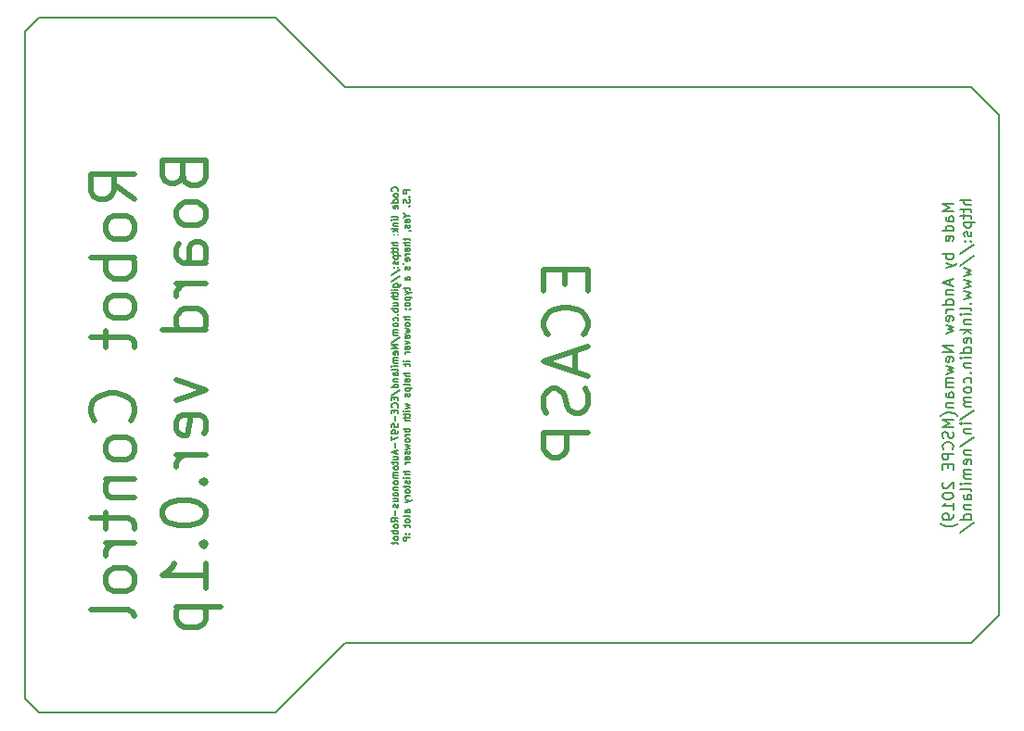
<source format=gbr>
G04 #@! TF.GenerationSoftware,KiCad,Pcbnew,(5.1.2)-2*
G04 #@! TF.CreationDate,2019-07-24T13:36:26-05:00*
G04 #@! TF.ProjectId,ECE 597 PCB,45434520-3539-4372-9050-43422e6b6963,rev?*
G04 #@! TF.SameCoordinates,Original*
G04 #@! TF.FileFunction,Legend,Bot*
G04 #@! TF.FilePolarity,Positive*
%FSLAX46Y46*%
G04 Gerber Fmt 4.6, Leading zero omitted, Abs format (unit mm)*
G04 Created by KiCad (PCBNEW (5.1.2)-2) date 2019-07-24 13:36:26*
%MOMM*%
%LPD*%
G04 APERTURE LIST*
%ADD10C,0.150000*%
%ADD11C,0.500000*%
G04 APERTURE END LIST*
D10*
X161760000Y-75080000D02*
X161760000Y-85240000D01*
X159220000Y-72540000D02*
X161760000Y-75080000D01*
X146520000Y-72540000D02*
X159220000Y-72540000D01*
X161760000Y-120800000D02*
X161760000Y-110640000D01*
X159220000Y-123340000D02*
X161760000Y-120800000D01*
X141440000Y-123340000D02*
X159220000Y-123340000D01*
X161760000Y-85240000D02*
X161760000Y-110640000D01*
X146520000Y-72540000D02*
X141440000Y-72540000D01*
X106839285Y-82025714D02*
X106867857Y-81997142D01*
X106896428Y-81911428D01*
X106896428Y-81854285D01*
X106867857Y-81768571D01*
X106810714Y-81711428D01*
X106753571Y-81682857D01*
X106639285Y-81654285D01*
X106553571Y-81654285D01*
X106439285Y-81682857D01*
X106382142Y-81711428D01*
X106325000Y-81768571D01*
X106296428Y-81854285D01*
X106296428Y-81911428D01*
X106325000Y-81997142D01*
X106353571Y-82025714D01*
X106896428Y-82368571D02*
X106867857Y-82311428D01*
X106839285Y-82282857D01*
X106782142Y-82254285D01*
X106610714Y-82254285D01*
X106553571Y-82282857D01*
X106525000Y-82311428D01*
X106496428Y-82368571D01*
X106496428Y-82454285D01*
X106525000Y-82511428D01*
X106553571Y-82540000D01*
X106610714Y-82568571D01*
X106782142Y-82568571D01*
X106839285Y-82540000D01*
X106867857Y-82511428D01*
X106896428Y-82454285D01*
X106896428Y-82368571D01*
X106896428Y-83082857D02*
X106296428Y-83082857D01*
X106867857Y-83082857D02*
X106896428Y-83025714D01*
X106896428Y-82911428D01*
X106867857Y-82854285D01*
X106839285Y-82825714D01*
X106782142Y-82797142D01*
X106610714Y-82797142D01*
X106553571Y-82825714D01*
X106525000Y-82854285D01*
X106496428Y-82911428D01*
X106496428Y-83025714D01*
X106525000Y-83082857D01*
X106867857Y-83597142D02*
X106896428Y-83540000D01*
X106896428Y-83425714D01*
X106867857Y-83368571D01*
X106810714Y-83340000D01*
X106582142Y-83340000D01*
X106525000Y-83368571D01*
X106496428Y-83425714D01*
X106496428Y-83540000D01*
X106525000Y-83597142D01*
X106582142Y-83625714D01*
X106639285Y-83625714D01*
X106696428Y-83340000D01*
X106896428Y-84425714D02*
X106867857Y-84368571D01*
X106810714Y-84340000D01*
X106296428Y-84340000D01*
X106896428Y-84654285D02*
X106496428Y-84654285D01*
X106296428Y-84654285D02*
X106325000Y-84625714D01*
X106353571Y-84654285D01*
X106325000Y-84682857D01*
X106296428Y-84654285D01*
X106353571Y-84654285D01*
X106496428Y-84940000D02*
X106896428Y-84940000D01*
X106553571Y-84940000D02*
X106525000Y-84968571D01*
X106496428Y-85025714D01*
X106496428Y-85111428D01*
X106525000Y-85168571D01*
X106582142Y-85197142D01*
X106896428Y-85197142D01*
X106896428Y-85482857D02*
X106296428Y-85482857D01*
X106667857Y-85540000D02*
X106896428Y-85711428D01*
X106496428Y-85711428D02*
X106725000Y-85482857D01*
X106839285Y-85968571D02*
X106867857Y-85997142D01*
X106896428Y-85968571D01*
X106867857Y-85940000D01*
X106839285Y-85968571D01*
X106896428Y-85968571D01*
X106525000Y-85968571D02*
X106553571Y-85997142D01*
X106582142Y-85968571D01*
X106553571Y-85940000D01*
X106525000Y-85968571D01*
X106582142Y-85968571D01*
X106896428Y-86711428D02*
X106296428Y-86711428D01*
X106896428Y-86968571D02*
X106582142Y-86968571D01*
X106525000Y-86940000D01*
X106496428Y-86882857D01*
X106496428Y-86797142D01*
X106525000Y-86740000D01*
X106553571Y-86711428D01*
X106496428Y-87168571D02*
X106496428Y-87397142D01*
X106296428Y-87254285D02*
X106810714Y-87254285D01*
X106867857Y-87282857D01*
X106896428Y-87340000D01*
X106896428Y-87397142D01*
X106496428Y-87511428D02*
X106496428Y-87740000D01*
X106296428Y-87597142D02*
X106810714Y-87597142D01*
X106867857Y-87625714D01*
X106896428Y-87682857D01*
X106896428Y-87740000D01*
X106496428Y-87940000D02*
X107096428Y-87940000D01*
X106525000Y-87940000D02*
X106496428Y-87997142D01*
X106496428Y-88111428D01*
X106525000Y-88168571D01*
X106553571Y-88197142D01*
X106610714Y-88225714D01*
X106782142Y-88225714D01*
X106839285Y-88197142D01*
X106867857Y-88168571D01*
X106896428Y-88111428D01*
X106896428Y-87997142D01*
X106867857Y-87940000D01*
X106867857Y-88454285D02*
X106896428Y-88511428D01*
X106896428Y-88625714D01*
X106867857Y-88682857D01*
X106810714Y-88711428D01*
X106782142Y-88711428D01*
X106725000Y-88682857D01*
X106696428Y-88625714D01*
X106696428Y-88540000D01*
X106667857Y-88482857D01*
X106610714Y-88454285D01*
X106582142Y-88454285D01*
X106525000Y-88482857D01*
X106496428Y-88540000D01*
X106496428Y-88625714D01*
X106525000Y-88682857D01*
X106839285Y-88968571D02*
X106867857Y-88997142D01*
X106896428Y-88968571D01*
X106867857Y-88940000D01*
X106839285Y-88968571D01*
X106896428Y-88968571D01*
X106525000Y-88968571D02*
X106553571Y-88997142D01*
X106582142Y-88968571D01*
X106553571Y-88940000D01*
X106525000Y-88968571D01*
X106582142Y-88968571D01*
X106267857Y-89682857D02*
X107039285Y-89168571D01*
X106267857Y-90311428D02*
X107039285Y-89797142D01*
X106496428Y-90768571D02*
X106982142Y-90768571D01*
X107039285Y-90740000D01*
X107067857Y-90711428D01*
X107096428Y-90654285D01*
X107096428Y-90568571D01*
X107067857Y-90511428D01*
X106867857Y-90768571D02*
X106896428Y-90711428D01*
X106896428Y-90597142D01*
X106867857Y-90540000D01*
X106839285Y-90511428D01*
X106782142Y-90482857D01*
X106610714Y-90482857D01*
X106553571Y-90511428D01*
X106525000Y-90540000D01*
X106496428Y-90597142D01*
X106496428Y-90711428D01*
X106525000Y-90768571D01*
X106896428Y-91054285D02*
X106496428Y-91054285D01*
X106296428Y-91054285D02*
X106325000Y-91025714D01*
X106353571Y-91054285D01*
X106325000Y-91082857D01*
X106296428Y-91054285D01*
X106353571Y-91054285D01*
X106496428Y-91254285D02*
X106496428Y-91482857D01*
X106296428Y-91340000D02*
X106810714Y-91340000D01*
X106867857Y-91368571D01*
X106896428Y-91425714D01*
X106896428Y-91482857D01*
X106896428Y-91682857D02*
X106296428Y-91682857D01*
X106896428Y-91940000D02*
X106582142Y-91940000D01*
X106525000Y-91911428D01*
X106496428Y-91854285D01*
X106496428Y-91768571D01*
X106525000Y-91711428D01*
X106553571Y-91682857D01*
X106496428Y-92482857D02*
X106896428Y-92482857D01*
X106496428Y-92225714D02*
X106810714Y-92225714D01*
X106867857Y-92254285D01*
X106896428Y-92311428D01*
X106896428Y-92397142D01*
X106867857Y-92454285D01*
X106839285Y-92482857D01*
X106896428Y-92768571D02*
X106296428Y-92768571D01*
X106525000Y-92768571D02*
X106496428Y-92825714D01*
X106496428Y-92940000D01*
X106525000Y-92997142D01*
X106553571Y-93025714D01*
X106610714Y-93054285D01*
X106782142Y-93054285D01*
X106839285Y-93025714D01*
X106867857Y-92997142D01*
X106896428Y-92940000D01*
X106896428Y-92825714D01*
X106867857Y-92768571D01*
X106839285Y-93311428D02*
X106867857Y-93340000D01*
X106896428Y-93311428D01*
X106867857Y-93282857D01*
X106839285Y-93311428D01*
X106896428Y-93311428D01*
X106867857Y-93854285D02*
X106896428Y-93797142D01*
X106896428Y-93682857D01*
X106867857Y-93625714D01*
X106839285Y-93597142D01*
X106782142Y-93568571D01*
X106610714Y-93568571D01*
X106553571Y-93597142D01*
X106525000Y-93625714D01*
X106496428Y-93682857D01*
X106496428Y-93797142D01*
X106525000Y-93854285D01*
X106896428Y-94197142D02*
X106867857Y-94140000D01*
X106839285Y-94111428D01*
X106782142Y-94082857D01*
X106610714Y-94082857D01*
X106553571Y-94111428D01*
X106525000Y-94140000D01*
X106496428Y-94197142D01*
X106496428Y-94282857D01*
X106525000Y-94340000D01*
X106553571Y-94368571D01*
X106610714Y-94397142D01*
X106782142Y-94397142D01*
X106839285Y-94368571D01*
X106867857Y-94340000D01*
X106896428Y-94282857D01*
X106896428Y-94197142D01*
X106896428Y-94654285D02*
X106496428Y-94654285D01*
X106553571Y-94654285D02*
X106525000Y-94682857D01*
X106496428Y-94740000D01*
X106496428Y-94825714D01*
X106525000Y-94882857D01*
X106582142Y-94911428D01*
X106896428Y-94911428D01*
X106582142Y-94911428D02*
X106525000Y-94940000D01*
X106496428Y-94997142D01*
X106496428Y-95082857D01*
X106525000Y-95140000D01*
X106582142Y-95168571D01*
X106896428Y-95168571D01*
X106267857Y-95882857D02*
X107039285Y-95368571D01*
X106896428Y-96082857D02*
X106296428Y-96082857D01*
X106896428Y-96425714D01*
X106296428Y-96425714D01*
X106867857Y-96940000D02*
X106896428Y-96882857D01*
X106896428Y-96768571D01*
X106867857Y-96711428D01*
X106810714Y-96682857D01*
X106582142Y-96682857D01*
X106525000Y-96711428D01*
X106496428Y-96768571D01*
X106496428Y-96882857D01*
X106525000Y-96940000D01*
X106582142Y-96968571D01*
X106639285Y-96968571D01*
X106696428Y-96682857D01*
X106896428Y-97225714D02*
X106496428Y-97225714D01*
X106553571Y-97225714D02*
X106525000Y-97254285D01*
X106496428Y-97311428D01*
X106496428Y-97397142D01*
X106525000Y-97454285D01*
X106582142Y-97482857D01*
X106896428Y-97482857D01*
X106582142Y-97482857D02*
X106525000Y-97511428D01*
X106496428Y-97568571D01*
X106496428Y-97654285D01*
X106525000Y-97711428D01*
X106582142Y-97740000D01*
X106896428Y-97740000D01*
X106896428Y-98025714D02*
X106496428Y-98025714D01*
X106296428Y-98025714D02*
X106325000Y-97997142D01*
X106353571Y-98025714D01*
X106325000Y-98054285D01*
X106296428Y-98025714D01*
X106353571Y-98025714D01*
X106896428Y-98397142D02*
X106867857Y-98340000D01*
X106810714Y-98311428D01*
X106296428Y-98311428D01*
X106896428Y-98882857D02*
X106582142Y-98882857D01*
X106525000Y-98854285D01*
X106496428Y-98797142D01*
X106496428Y-98682857D01*
X106525000Y-98625714D01*
X106867857Y-98882857D02*
X106896428Y-98825714D01*
X106896428Y-98682857D01*
X106867857Y-98625714D01*
X106810714Y-98597142D01*
X106753571Y-98597142D01*
X106696428Y-98625714D01*
X106667857Y-98682857D01*
X106667857Y-98825714D01*
X106639285Y-98882857D01*
X106496428Y-99168571D02*
X106896428Y-99168571D01*
X106553571Y-99168571D02*
X106525000Y-99197142D01*
X106496428Y-99254285D01*
X106496428Y-99340000D01*
X106525000Y-99397142D01*
X106582142Y-99425714D01*
X106896428Y-99425714D01*
X106896428Y-99968571D02*
X106296428Y-99968571D01*
X106867857Y-99968571D02*
X106896428Y-99911428D01*
X106896428Y-99797142D01*
X106867857Y-99740000D01*
X106839285Y-99711428D01*
X106782142Y-99682857D01*
X106610714Y-99682857D01*
X106553571Y-99711428D01*
X106525000Y-99740000D01*
X106496428Y-99797142D01*
X106496428Y-99911428D01*
X106525000Y-99968571D01*
X106267857Y-100682857D02*
X107039285Y-100168571D01*
X106582142Y-100882857D02*
X106582142Y-101082857D01*
X106896428Y-101168571D02*
X106896428Y-100882857D01*
X106296428Y-100882857D01*
X106296428Y-101168571D01*
X106839285Y-101768571D02*
X106867857Y-101740000D01*
X106896428Y-101654285D01*
X106896428Y-101597142D01*
X106867857Y-101511428D01*
X106810714Y-101454285D01*
X106753571Y-101425714D01*
X106639285Y-101397142D01*
X106553571Y-101397142D01*
X106439285Y-101425714D01*
X106382142Y-101454285D01*
X106325000Y-101511428D01*
X106296428Y-101597142D01*
X106296428Y-101654285D01*
X106325000Y-101740000D01*
X106353571Y-101768571D01*
X106582142Y-102025714D02*
X106582142Y-102225714D01*
X106896428Y-102311428D02*
X106896428Y-102025714D01*
X106296428Y-102025714D01*
X106296428Y-102311428D01*
X106667857Y-102568571D02*
X106667857Y-103025714D01*
X106296428Y-103597142D02*
X106296428Y-103311428D01*
X106582142Y-103282857D01*
X106553571Y-103311428D01*
X106525000Y-103368571D01*
X106525000Y-103511428D01*
X106553571Y-103568571D01*
X106582142Y-103597142D01*
X106639285Y-103625714D01*
X106782142Y-103625714D01*
X106839285Y-103597142D01*
X106867857Y-103568571D01*
X106896428Y-103511428D01*
X106896428Y-103368571D01*
X106867857Y-103311428D01*
X106839285Y-103282857D01*
X106896428Y-103911428D02*
X106896428Y-104025714D01*
X106867857Y-104082857D01*
X106839285Y-104111428D01*
X106753571Y-104168571D01*
X106639285Y-104197142D01*
X106410714Y-104197142D01*
X106353571Y-104168571D01*
X106325000Y-104140000D01*
X106296428Y-104082857D01*
X106296428Y-103968571D01*
X106325000Y-103911428D01*
X106353571Y-103882857D01*
X106410714Y-103854285D01*
X106553571Y-103854285D01*
X106610714Y-103882857D01*
X106639285Y-103911428D01*
X106667857Y-103968571D01*
X106667857Y-104082857D01*
X106639285Y-104140000D01*
X106610714Y-104168571D01*
X106553571Y-104197142D01*
X106296428Y-104397142D02*
X106296428Y-104797142D01*
X106896428Y-104540000D01*
X106667857Y-105025714D02*
X106667857Y-105482857D01*
X106725000Y-105740000D02*
X106725000Y-106025714D01*
X106896428Y-105682857D02*
X106296428Y-105882857D01*
X106896428Y-106082857D01*
X106496428Y-106540000D02*
X106896428Y-106540000D01*
X106496428Y-106282857D02*
X106810714Y-106282857D01*
X106867857Y-106311428D01*
X106896428Y-106368571D01*
X106896428Y-106454285D01*
X106867857Y-106511428D01*
X106839285Y-106540000D01*
X106496428Y-106740000D02*
X106496428Y-106968571D01*
X106296428Y-106825714D02*
X106810714Y-106825714D01*
X106867857Y-106854285D01*
X106896428Y-106911428D01*
X106896428Y-106968571D01*
X106896428Y-107254285D02*
X106867857Y-107197142D01*
X106839285Y-107168571D01*
X106782142Y-107140000D01*
X106610714Y-107140000D01*
X106553571Y-107168571D01*
X106525000Y-107197142D01*
X106496428Y-107254285D01*
X106496428Y-107340000D01*
X106525000Y-107397142D01*
X106553571Y-107425714D01*
X106610714Y-107454285D01*
X106782142Y-107454285D01*
X106839285Y-107425714D01*
X106867857Y-107397142D01*
X106896428Y-107340000D01*
X106896428Y-107254285D01*
X106896428Y-107711428D02*
X106496428Y-107711428D01*
X106553571Y-107711428D02*
X106525000Y-107740000D01*
X106496428Y-107797142D01*
X106496428Y-107882857D01*
X106525000Y-107940000D01*
X106582142Y-107968571D01*
X106896428Y-107968571D01*
X106582142Y-107968571D02*
X106525000Y-107997142D01*
X106496428Y-108054285D01*
X106496428Y-108140000D01*
X106525000Y-108197142D01*
X106582142Y-108225714D01*
X106896428Y-108225714D01*
X106896428Y-108597142D02*
X106867857Y-108540000D01*
X106839285Y-108511428D01*
X106782142Y-108482857D01*
X106610714Y-108482857D01*
X106553571Y-108511428D01*
X106525000Y-108540000D01*
X106496428Y-108597142D01*
X106496428Y-108682857D01*
X106525000Y-108740000D01*
X106553571Y-108768571D01*
X106610714Y-108797142D01*
X106782142Y-108797142D01*
X106839285Y-108768571D01*
X106867857Y-108740000D01*
X106896428Y-108682857D01*
X106896428Y-108597142D01*
X106496428Y-109054285D02*
X106896428Y-109054285D01*
X106553571Y-109054285D02*
X106525000Y-109082857D01*
X106496428Y-109140000D01*
X106496428Y-109225714D01*
X106525000Y-109282857D01*
X106582142Y-109311428D01*
X106896428Y-109311428D01*
X106896428Y-109682857D02*
X106867857Y-109625714D01*
X106839285Y-109597142D01*
X106782142Y-109568571D01*
X106610714Y-109568571D01*
X106553571Y-109597142D01*
X106525000Y-109625714D01*
X106496428Y-109682857D01*
X106496428Y-109768571D01*
X106525000Y-109825714D01*
X106553571Y-109854285D01*
X106610714Y-109882857D01*
X106782142Y-109882857D01*
X106839285Y-109854285D01*
X106867857Y-109825714D01*
X106896428Y-109768571D01*
X106896428Y-109682857D01*
X106496428Y-110397142D02*
X106896428Y-110397142D01*
X106496428Y-110140000D02*
X106810714Y-110140000D01*
X106867857Y-110168571D01*
X106896428Y-110225714D01*
X106896428Y-110311428D01*
X106867857Y-110368571D01*
X106839285Y-110397142D01*
X106867857Y-110654285D02*
X106896428Y-110711428D01*
X106896428Y-110825714D01*
X106867857Y-110882857D01*
X106810714Y-110911428D01*
X106782142Y-110911428D01*
X106725000Y-110882857D01*
X106696428Y-110825714D01*
X106696428Y-110740000D01*
X106667857Y-110682857D01*
X106610714Y-110654285D01*
X106582142Y-110654285D01*
X106525000Y-110682857D01*
X106496428Y-110740000D01*
X106496428Y-110825714D01*
X106525000Y-110882857D01*
X106667857Y-111168571D02*
X106667857Y-111625714D01*
X106896428Y-112254285D02*
X106610714Y-112054285D01*
X106896428Y-111911428D02*
X106296428Y-111911428D01*
X106296428Y-112140000D01*
X106325000Y-112197142D01*
X106353571Y-112225714D01*
X106410714Y-112254285D01*
X106496428Y-112254285D01*
X106553571Y-112225714D01*
X106582142Y-112197142D01*
X106610714Y-112140000D01*
X106610714Y-111911428D01*
X106896428Y-112597142D02*
X106867857Y-112540000D01*
X106839285Y-112511428D01*
X106782142Y-112482857D01*
X106610714Y-112482857D01*
X106553571Y-112511428D01*
X106525000Y-112540000D01*
X106496428Y-112597142D01*
X106496428Y-112682857D01*
X106525000Y-112740000D01*
X106553571Y-112768571D01*
X106610714Y-112797142D01*
X106782142Y-112797142D01*
X106839285Y-112768571D01*
X106867857Y-112740000D01*
X106896428Y-112682857D01*
X106896428Y-112597142D01*
X106896428Y-113054285D02*
X106296428Y-113054285D01*
X106525000Y-113054285D02*
X106496428Y-113111428D01*
X106496428Y-113225714D01*
X106525000Y-113282857D01*
X106553571Y-113311428D01*
X106610714Y-113340000D01*
X106782142Y-113340000D01*
X106839285Y-113311428D01*
X106867857Y-113282857D01*
X106896428Y-113225714D01*
X106896428Y-113111428D01*
X106867857Y-113054285D01*
X106896428Y-113682857D02*
X106867857Y-113625714D01*
X106839285Y-113597142D01*
X106782142Y-113568571D01*
X106610714Y-113568571D01*
X106553571Y-113597142D01*
X106525000Y-113625714D01*
X106496428Y-113682857D01*
X106496428Y-113768571D01*
X106525000Y-113825714D01*
X106553571Y-113854285D01*
X106610714Y-113882857D01*
X106782142Y-113882857D01*
X106839285Y-113854285D01*
X106867857Y-113825714D01*
X106896428Y-113768571D01*
X106896428Y-113682857D01*
X106496428Y-114054285D02*
X106496428Y-114282857D01*
X106296428Y-114140000D02*
X106810714Y-114140000D01*
X106867857Y-114168571D01*
X106896428Y-114225714D01*
X106896428Y-114282857D01*
X107946428Y-81925714D02*
X107346428Y-81925714D01*
X107346428Y-82154285D01*
X107375000Y-82211428D01*
X107403571Y-82240000D01*
X107460714Y-82268571D01*
X107546428Y-82268571D01*
X107603571Y-82240000D01*
X107632142Y-82211428D01*
X107660714Y-82154285D01*
X107660714Y-81925714D01*
X107889285Y-82525714D02*
X107917857Y-82554285D01*
X107946428Y-82525714D01*
X107917857Y-82497142D01*
X107889285Y-82525714D01*
X107946428Y-82525714D01*
X107917857Y-82782857D02*
X107946428Y-82868571D01*
X107946428Y-83011428D01*
X107917857Y-83068571D01*
X107889285Y-83097142D01*
X107832142Y-83125714D01*
X107775000Y-83125714D01*
X107717857Y-83097142D01*
X107689285Y-83068571D01*
X107660714Y-83011428D01*
X107632142Y-82897142D01*
X107603571Y-82840000D01*
X107575000Y-82811428D01*
X107517857Y-82782857D01*
X107460714Y-82782857D01*
X107403571Y-82811428D01*
X107375000Y-82840000D01*
X107346428Y-82897142D01*
X107346428Y-83040000D01*
X107375000Y-83125714D01*
X107889285Y-83382857D02*
X107917857Y-83411428D01*
X107946428Y-83382857D01*
X107917857Y-83354285D01*
X107889285Y-83382857D01*
X107946428Y-83382857D01*
X107660714Y-84240000D02*
X107946428Y-84240000D01*
X107346428Y-84040000D02*
X107660714Y-84240000D01*
X107346428Y-84440000D01*
X107917857Y-84868571D02*
X107946428Y-84811428D01*
X107946428Y-84697142D01*
X107917857Y-84640000D01*
X107860714Y-84611428D01*
X107632142Y-84611428D01*
X107575000Y-84640000D01*
X107546428Y-84697142D01*
X107546428Y-84811428D01*
X107575000Y-84868571D01*
X107632142Y-84897142D01*
X107689285Y-84897142D01*
X107746428Y-84611428D01*
X107917857Y-85125714D02*
X107946428Y-85182857D01*
X107946428Y-85297142D01*
X107917857Y-85354285D01*
X107860714Y-85382857D01*
X107832142Y-85382857D01*
X107775000Y-85354285D01*
X107746428Y-85297142D01*
X107746428Y-85211428D01*
X107717857Y-85154285D01*
X107660714Y-85125714D01*
X107632142Y-85125714D01*
X107575000Y-85154285D01*
X107546428Y-85211428D01*
X107546428Y-85297142D01*
X107575000Y-85354285D01*
X107917857Y-85668571D02*
X107946428Y-85668571D01*
X108003571Y-85640000D01*
X108032142Y-85611428D01*
X107546428Y-86297142D02*
X107546428Y-86525714D01*
X107346428Y-86382857D02*
X107860714Y-86382857D01*
X107917857Y-86411428D01*
X107946428Y-86468571D01*
X107946428Y-86525714D01*
X107946428Y-86725714D02*
X107346428Y-86725714D01*
X107946428Y-86982857D02*
X107632142Y-86982857D01*
X107575000Y-86954285D01*
X107546428Y-86897142D01*
X107546428Y-86811428D01*
X107575000Y-86754285D01*
X107603571Y-86725714D01*
X107917857Y-87497142D02*
X107946428Y-87440000D01*
X107946428Y-87325714D01*
X107917857Y-87268571D01*
X107860714Y-87240000D01*
X107632142Y-87240000D01*
X107575000Y-87268571D01*
X107546428Y-87325714D01*
X107546428Y-87440000D01*
X107575000Y-87497142D01*
X107632142Y-87525714D01*
X107689285Y-87525714D01*
X107746428Y-87240000D01*
X107946428Y-87782857D02*
X107546428Y-87782857D01*
X107660714Y-87782857D02*
X107603571Y-87811428D01*
X107575000Y-87840000D01*
X107546428Y-87897142D01*
X107546428Y-87954285D01*
X107917857Y-88382857D02*
X107946428Y-88325714D01*
X107946428Y-88211428D01*
X107917857Y-88154285D01*
X107860714Y-88125714D01*
X107632142Y-88125714D01*
X107575000Y-88154285D01*
X107546428Y-88211428D01*
X107546428Y-88325714D01*
X107575000Y-88382857D01*
X107632142Y-88411428D01*
X107689285Y-88411428D01*
X107746428Y-88125714D01*
X107346428Y-88697142D02*
X107460714Y-88640000D01*
X107917857Y-88925714D02*
X107946428Y-88982857D01*
X107946428Y-89097142D01*
X107917857Y-89154285D01*
X107860714Y-89182857D01*
X107832142Y-89182857D01*
X107775000Y-89154285D01*
X107746428Y-89097142D01*
X107746428Y-89011428D01*
X107717857Y-88954285D01*
X107660714Y-88925714D01*
X107632142Y-88925714D01*
X107575000Y-88954285D01*
X107546428Y-89011428D01*
X107546428Y-89097142D01*
X107575000Y-89154285D01*
X107946428Y-90154285D02*
X107632142Y-90154285D01*
X107575000Y-90125714D01*
X107546428Y-90068571D01*
X107546428Y-89954285D01*
X107575000Y-89897142D01*
X107917857Y-90154285D02*
X107946428Y-90097142D01*
X107946428Y-89954285D01*
X107917857Y-89897142D01*
X107860714Y-89868571D01*
X107803571Y-89868571D01*
X107746428Y-89897142D01*
X107717857Y-89954285D01*
X107717857Y-90097142D01*
X107689285Y-90154285D01*
X107546428Y-90811428D02*
X107546428Y-91040000D01*
X107346428Y-90897142D02*
X107860714Y-90897142D01*
X107917857Y-90925714D01*
X107946428Y-90982857D01*
X107946428Y-91040000D01*
X107546428Y-91182857D02*
X107946428Y-91325714D01*
X107546428Y-91468571D02*
X107946428Y-91325714D01*
X108089285Y-91268571D01*
X108117857Y-91240000D01*
X108146428Y-91182857D01*
X107546428Y-91697142D02*
X108146428Y-91697142D01*
X107575000Y-91697142D02*
X107546428Y-91754285D01*
X107546428Y-91868571D01*
X107575000Y-91925714D01*
X107603571Y-91954285D01*
X107660714Y-91982857D01*
X107832142Y-91982857D01*
X107889285Y-91954285D01*
X107917857Y-91925714D01*
X107946428Y-91868571D01*
X107946428Y-91754285D01*
X107917857Y-91697142D01*
X107946428Y-92325714D02*
X107917857Y-92268571D01*
X107889285Y-92240000D01*
X107832142Y-92211428D01*
X107660714Y-92211428D01*
X107603571Y-92240000D01*
X107575000Y-92268571D01*
X107546428Y-92325714D01*
X107546428Y-92411428D01*
X107575000Y-92468571D01*
X107603571Y-92497142D01*
X107660714Y-92525714D01*
X107832142Y-92525714D01*
X107889285Y-92497142D01*
X107917857Y-92468571D01*
X107946428Y-92411428D01*
X107946428Y-92325714D01*
X107917857Y-92811428D02*
X107946428Y-92811428D01*
X108003571Y-92782857D01*
X108032142Y-92754285D01*
X107575000Y-92782857D02*
X107603571Y-92811428D01*
X107632142Y-92782857D01*
X107603571Y-92754285D01*
X107575000Y-92782857D01*
X107632142Y-92782857D01*
X107946428Y-93525714D02*
X107346428Y-93525714D01*
X107946428Y-93782857D02*
X107632142Y-93782857D01*
X107575000Y-93754285D01*
X107546428Y-93697142D01*
X107546428Y-93611428D01*
X107575000Y-93554285D01*
X107603571Y-93525714D01*
X107946428Y-94154285D02*
X107917857Y-94097142D01*
X107889285Y-94068571D01*
X107832142Y-94040000D01*
X107660714Y-94040000D01*
X107603571Y-94068571D01*
X107575000Y-94097142D01*
X107546428Y-94154285D01*
X107546428Y-94240000D01*
X107575000Y-94297142D01*
X107603571Y-94325714D01*
X107660714Y-94354285D01*
X107832142Y-94354285D01*
X107889285Y-94325714D01*
X107917857Y-94297142D01*
X107946428Y-94240000D01*
X107946428Y-94154285D01*
X107546428Y-94554285D02*
X107946428Y-94668571D01*
X107660714Y-94782857D01*
X107946428Y-94897142D01*
X107546428Y-95011428D01*
X107917857Y-95468571D02*
X107946428Y-95411428D01*
X107946428Y-95297142D01*
X107917857Y-95240000D01*
X107860714Y-95211428D01*
X107632142Y-95211428D01*
X107575000Y-95240000D01*
X107546428Y-95297142D01*
X107546428Y-95411428D01*
X107575000Y-95468571D01*
X107632142Y-95497142D01*
X107689285Y-95497142D01*
X107746428Y-95211428D01*
X107546428Y-95697142D02*
X107946428Y-95840000D01*
X107546428Y-95982857D01*
X107917857Y-96440000D02*
X107946428Y-96382857D01*
X107946428Y-96268571D01*
X107917857Y-96211428D01*
X107860714Y-96182857D01*
X107632142Y-96182857D01*
X107575000Y-96211428D01*
X107546428Y-96268571D01*
X107546428Y-96382857D01*
X107575000Y-96440000D01*
X107632142Y-96468571D01*
X107689285Y-96468571D01*
X107746428Y-96182857D01*
X107946428Y-96725714D02*
X107546428Y-96725714D01*
X107660714Y-96725714D02*
X107603571Y-96754285D01*
X107575000Y-96782857D01*
X107546428Y-96840000D01*
X107546428Y-96897142D01*
X107946428Y-97554285D02*
X107546428Y-97554285D01*
X107346428Y-97554285D02*
X107375000Y-97525714D01*
X107403571Y-97554285D01*
X107375000Y-97582857D01*
X107346428Y-97554285D01*
X107403571Y-97554285D01*
X107546428Y-97754285D02*
X107546428Y-97982857D01*
X107346428Y-97840000D02*
X107860714Y-97840000D01*
X107917857Y-97868571D01*
X107946428Y-97925714D01*
X107946428Y-97982857D01*
X107946428Y-98640000D02*
X107346428Y-98640000D01*
X107946428Y-98897142D02*
X107632142Y-98897142D01*
X107575000Y-98868571D01*
X107546428Y-98811428D01*
X107546428Y-98725714D01*
X107575000Y-98668571D01*
X107603571Y-98640000D01*
X107917857Y-99411428D02*
X107946428Y-99354285D01*
X107946428Y-99240000D01*
X107917857Y-99182857D01*
X107860714Y-99154285D01*
X107632142Y-99154285D01*
X107575000Y-99182857D01*
X107546428Y-99240000D01*
X107546428Y-99354285D01*
X107575000Y-99411428D01*
X107632142Y-99440000D01*
X107689285Y-99440000D01*
X107746428Y-99154285D01*
X107946428Y-99782857D02*
X107917857Y-99725714D01*
X107860714Y-99697142D01*
X107346428Y-99697142D01*
X107546428Y-100011428D02*
X108146428Y-100011428D01*
X107575000Y-100011428D02*
X107546428Y-100068571D01*
X107546428Y-100182857D01*
X107575000Y-100240000D01*
X107603571Y-100268571D01*
X107660714Y-100297142D01*
X107832142Y-100297142D01*
X107889285Y-100268571D01*
X107917857Y-100240000D01*
X107946428Y-100182857D01*
X107946428Y-100068571D01*
X107917857Y-100011428D01*
X107917857Y-100525714D02*
X107946428Y-100582857D01*
X107946428Y-100697142D01*
X107917857Y-100754285D01*
X107860714Y-100782857D01*
X107832142Y-100782857D01*
X107775000Y-100754285D01*
X107746428Y-100697142D01*
X107746428Y-100611428D01*
X107717857Y-100554285D01*
X107660714Y-100525714D01*
X107632142Y-100525714D01*
X107575000Y-100554285D01*
X107546428Y-100611428D01*
X107546428Y-100697142D01*
X107575000Y-100754285D01*
X107546428Y-101440000D02*
X107946428Y-101554285D01*
X107660714Y-101668571D01*
X107946428Y-101782857D01*
X107546428Y-101897142D01*
X107946428Y-102125714D02*
X107546428Y-102125714D01*
X107346428Y-102125714D02*
X107375000Y-102097142D01*
X107403571Y-102125714D01*
X107375000Y-102154285D01*
X107346428Y-102125714D01*
X107403571Y-102125714D01*
X107546428Y-102325714D02*
X107546428Y-102554285D01*
X107346428Y-102411428D02*
X107860714Y-102411428D01*
X107917857Y-102440000D01*
X107946428Y-102497142D01*
X107946428Y-102554285D01*
X107946428Y-102754285D02*
X107346428Y-102754285D01*
X107946428Y-103011428D02*
X107632142Y-103011428D01*
X107575000Y-102982857D01*
X107546428Y-102925714D01*
X107546428Y-102840000D01*
X107575000Y-102782857D01*
X107603571Y-102754285D01*
X107946428Y-103754285D02*
X107346428Y-103754285D01*
X107575000Y-103754285D02*
X107546428Y-103811428D01*
X107546428Y-103925714D01*
X107575000Y-103982857D01*
X107603571Y-104011428D01*
X107660714Y-104040000D01*
X107832142Y-104040000D01*
X107889285Y-104011428D01*
X107917857Y-103982857D01*
X107946428Y-103925714D01*
X107946428Y-103811428D01*
X107917857Y-103754285D01*
X107946428Y-104297142D02*
X107546428Y-104297142D01*
X107660714Y-104297142D02*
X107603571Y-104325714D01*
X107575000Y-104354285D01*
X107546428Y-104411428D01*
X107546428Y-104468571D01*
X107946428Y-104754285D02*
X107917857Y-104697142D01*
X107889285Y-104668571D01*
X107832142Y-104640000D01*
X107660714Y-104640000D01*
X107603571Y-104668571D01*
X107575000Y-104697142D01*
X107546428Y-104754285D01*
X107546428Y-104840000D01*
X107575000Y-104897142D01*
X107603571Y-104925714D01*
X107660714Y-104954285D01*
X107832142Y-104954285D01*
X107889285Y-104925714D01*
X107917857Y-104897142D01*
X107946428Y-104840000D01*
X107946428Y-104754285D01*
X107546428Y-105154285D02*
X107946428Y-105268571D01*
X107660714Y-105382857D01*
X107946428Y-105497142D01*
X107546428Y-105611428D01*
X107917857Y-105811428D02*
X107946428Y-105868571D01*
X107946428Y-105982857D01*
X107917857Y-106040000D01*
X107860714Y-106068571D01*
X107832142Y-106068571D01*
X107775000Y-106040000D01*
X107746428Y-105982857D01*
X107746428Y-105897142D01*
X107717857Y-105840000D01*
X107660714Y-105811428D01*
X107632142Y-105811428D01*
X107575000Y-105840000D01*
X107546428Y-105897142D01*
X107546428Y-105982857D01*
X107575000Y-106040000D01*
X107917857Y-106554285D02*
X107946428Y-106497142D01*
X107946428Y-106382857D01*
X107917857Y-106325714D01*
X107860714Y-106297142D01*
X107632142Y-106297142D01*
X107575000Y-106325714D01*
X107546428Y-106382857D01*
X107546428Y-106497142D01*
X107575000Y-106554285D01*
X107632142Y-106582857D01*
X107689285Y-106582857D01*
X107746428Y-106297142D01*
X107946428Y-106840000D02*
X107546428Y-106840000D01*
X107660714Y-106840000D02*
X107603571Y-106868571D01*
X107575000Y-106897142D01*
X107546428Y-106954285D01*
X107546428Y-107011428D01*
X107946428Y-107668571D02*
X107346428Y-107668571D01*
X107946428Y-107925714D02*
X107632142Y-107925714D01*
X107575000Y-107897142D01*
X107546428Y-107840000D01*
X107546428Y-107754285D01*
X107575000Y-107697142D01*
X107603571Y-107668571D01*
X107946428Y-108211428D02*
X107546428Y-108211428D01*
X107346428Y-108211428D02*
X107375000Y-108182857D01*
X107403571Y-108211428D01*
X107375000Y-108240000D01*
X107346428Y-108211428D01*
X107403571Y-108211428D01*
X107917857Y-108468571D02*
X107946428Y-108525714D01*
X107946428Y-108640000D01*
X107917857Y-108697142D01*
X107860714Y-108725714D01*
X107832142Y-108725714D01*
X107775000Y-108697142D01*
X107746428Y-108640000D01*
X107746428Y-108554285D01*
X107717857Y-108497142D01*
X107660714Y-108468571D01*
X107632142Y-108468571D01*
X107575000Y-108497142D01*
X107546428Y-108554285D01*
X107546428Y-108640000D01*
X107575000Y-108697142D01*
X107546428Y-108897142D02*
X107546428Y-109125714D01*
X107346428Y-108982857D02*
X107860714Y-108982857D01*
X107917857Y-109011428D01*
X107946428Y-109068571D01*
X107946428Y-109125714D01*
X107946428Y-109411428D02*
X107917857Y-109354285D01*
X107889285Y-109325714D01*
X107832142Y-109297142D01*
X107660714Y-109297142D01*
X107603571Y-109325714D01*
X107575000Y-109354285D01*
X107546428Y-109411428D01*
X107546428Y-109497142D01*
X107575000Y-109554285D01*
X107603571Y-109582857D01*
X107660714Y-109611428D01*
X107832142Y-109611428D01*
X107889285Y-109582857D01*
X107917857Y-109554285D01*
X107946428Y-109497142D01*
X107946428Y-109411428D01*
X107946428Y-109868571D02*
X107546428Y-109868571D01*
X107660714Y-109868571D02*
X107603571Y-109897142D01*
X107575000Y-109925714D01*
X107546428Y-109982857D01*
X107546428Y-110040000D01*
X107546428Y-110182857D02*
X107946428Y-110325714D01*
X107546428Y-110468571D02*
X107946428Y-110325714D01*
X108089285Y-110268571D01*
X108117857Y-110240000D01*
X108146428Y-110182857D01*
X107946428Y-111411428D02*
X107632142Y-111411428D01*
X107575000Y-111382857D01*
X107546428Y-111325714D01*
X107546428Y-111211428D01*
X107575000Y-111154285D01*
X107917857Y-111411428D02*
X107946428Y-111354285D01*
X107946428Y-111211428D01*
X107917857Y-111154285D01*
X107860714Y-111125714D01*
X107803571Y-111125714D01*
X107746428Y-111154285D01*
X107717857Y-111211428D01*
X107717857Y-111354285D01*
X107689285Y-111411428D01*
X107946428Y-111782857D02*
X107917857Y-111725714D01*
X107860714Y-111697142D01*
X107346428Y-111697142D01*
X107946428Y-112097142D02*
X107917857Y-112040000D01*
X107889285Y-112011428D01*
X107832142Y-111982857D01*
X107660714Y-111982857D01*
X107603571Y-112011428D01*
X107575000Y-112040000D01*
X107546428Y-112097142D01*
X107546428Y-112182857D01*
X107575000Y-112240000D01*
X107603571Y-112268571D01*
X107660714Y-112297142D01*
X107832142Y-112297142D01*
X107889285Y-112268571D01*
X107917857Y-112240000D01*
X107946428Y-112182857D01*
X107946428Y-112097142D01*
X107546428Y-112468571D02*
X107546428Y-112697142D01*
X107346428Y-112554285D02*
X107860714Y-112554285D01*
X107917857Y-112582857D01*
X107946428Y-112640000D01*
X107946428Y-112697142D01*
X107889285Y-113354285D02*
X107917857Y-113382857D01*
X107946428Y-113354285D01*
X107917857Y-113325714D01*
X107889285Y-113354285D01*
X107946428Y-113354285D01*
X107575000Y-113354285D02*
X107603571Y-113382857D01*
X107632142Y-113354285D01*
X107603571Y-113325714D01*
X107575000Y-113354285D01*
X107632142Y-113354285D01*
X107946428Y-113640000D02*
X107346428Y-113640000D01*
X107346428Y-113868571D01*
X107375000Y-113925714D01*
X107403571Y-113954285D01*
X107460714Y-113982857D01*
X107546428Y-113982857D01*
X107603571Y-113954285D01*
X107632142Y-113925714D01*
X107660714Y-113868571D01*
X107660714Y-113640000D01*
D11*
X122104285Y-89210000D02*
X122104285Y-90543333D01*
X124199523Y-91114761D02*
X124199523Y-89210000D01*
X120199523Y-89210000D01*
X120199523Y-91114761D01*
X123818571Y-95114761D02*
X124009047Y-94924285D01*
X124199523Y-94352857D01*
X124199523Y-93971904D01*
X124009047Y-93400476D01*
X123628095Y-93019523D01*
X123247142Y-92829047D01*
X122485238Y-92638571D01*
X121913809Y-92638571D01*
X121151904Y-92829047D01*
X120770952Y-93019523D01*
X120390000Y-93400476D01*
X120199523Y-93971904D01*
X120199523Y-94352857D01*
X120390000Y-94924285D01*
X120580476Y-95114761D01*
X123056666Y-96638571D02*
X123056666Y-98543333D01*
X124199523Y-96257619D02*
X120199523Y-97590952D01*
X124199523Y-98924285D01*
X124009047Y-100067142D02*
X124199523Y-100638571D01*
X124199523Y-101590952D01*
X124009047Y-101971904D01*
X123818571Y-102162380D01*
X123437619Y-102352857D01*
X123056666Y-102352857D01*
X122675714Y-102162380D01*
X122485238Y-101971904D01*
X122294761Y-101590952D01*
X122104285Y-100829047D01*
X121913809Y-100448095D01*
X121723333Y-100257619D01*
X121342380Y-100067142D01*
X120961428Y-100067142D01*
X120580476Y-100257619D01*
X120390000Y-100448095D01*
X120199523Y-100829047D01*
X120199523Y-101781428D01*
X120390000Y-102352857D01*
X124199523Y-104067142D02*
X120199523Y-104067142D01*
X120199523Y-105590952D01*
X120390000Y-105971904D01*
X120580476Y-106162380D01*
X120961428Y-106352857D01*
X121532857Y-106352857D01*
X121913809Y-106162380D01*
X122104285Y-105971904D01*
X122294761Y-105590952D01*
X122294761Y-104067142D01*
D10*
X157577380Y-83201904D02*
X156577380Y-83201904D01*
X157291666Y-83535238D01*
X156577380Y-83868571D01*
X157577380Y-83868571D01*
X157577380Y-84773333D02*
X157053571Y-84773333D01*
X156958333Y-84725714D01*
X156910714Y-84630476D01*
X156910714Y-84440000D01*
X156958333Y-84344761D01*
X157529761Y-84773333D02*
X157577380Y-84678095D01*
X157577380Y-84440000D01*
X157529761Y-84344761D01*
X157434523Y-84297142D01*
X157339285Y-84297142D01*
X157244047Y-84344761D01*
X157196428Y-84440000D01*
X157196428Y-84678095D01*
X157148809Y-84773333D01*
X157577380Y-85678095D02*
X156577380Y-85678095D01*
X157529761Y-85678095D02*
X157577380Y-85582857D01*
X157577380Y-85392380D01*
X157529761Y-85297142D01*
X157482142Y-85249523D01*
X157386904Y-85201904D01*
X157101190Y-85201904D01*
X157005952Y-85249523D01*
X156958333Y-85297142D01*
X156910714Y-85392380D01*
X156910714Y-85582857D01*
X156958333Y-85678095D01*
X157529761Y-86535238D02*
X157577380Y-86440000D01*
X157577380Y-86249523D01*
X157529761Y-86154285D01*
X157434523Y-86106666D01*
X157053571Y-86106666D01*
X156958333Y-86154285D01*
X156910714Y-86249523D01*
X156910714Y-86440000D01*
X156958333Y-86535238D01*
X157053571Y-86582857D01*
X157148809Y-86582857D01*
X157244047Y-86106666D01*
X157577380Y-87773333D02*
X156577380Y-87773333D01*
X156958333Y-87773333D02*
X156910714Y-87868571D01*
X156910714Y-88059047D01*
X156958333Y-88154285D01*
X157005952Y-88201904D01*
X157101190Y-88249523D01*
X157386904Y-88249523D01*
X157482142Y-88201904D01*
X157529761Y-88154285D01*
X157577380Y-88059047D01*
X157577380Y-87868571D01*
X157529761Y-87773333D01*
X156910714Y-88582857D02*
X157577380Y-88820952D01*
X156910714Y-89059047D02*
X157577380Y-88820952D01*
X157815476Y-88725714D01*
X157863095Y-88678095D01*
X157910714Y-88582857D01*
X157291666Y-90154285D02*
X157291666Y-90630476D01*
X157577380Y-90059047D02*
X156577380Y-90392380D01*
X157577380Y-90725714D01*
X156910714Y-91059047D02*
X157577380Y-91059047D01*
X157005952Y-91059047D02*
X156958333Y-91106666D01*
X156910714Y-91201904D01*
X156910714Y-91344761D01*
X156958333Y-91440000D01*
X157053571Y-91487619D01*
X157577380Y-91487619D01*
X157577380Y-92392380D02*
X156577380Y-92392380D01*
X157529761Y-92392380D02*
X157577380Y-92297142D01*
X157577380Y-92106666D01*
X157529761Y-92011428D01*
X157482142Y-91963809D01*
X157386904Y-91916190D01*
X157101190Y-91916190D01*
X157005952Y-91963809D01*
X156958333Y-92011428D01*
X156910714Y-92106666D01*
X156910714Y-92297142D01*
X156958333Y-92392380D01*
X157577380Y-92868571D02*
X156910714Y-92868571D01*
X157101190Y-92868571D02*
X157005952Y-92916190D01*
X156958333Y-92963809D01*
X156910714Y-93059047D01*
X156910714Y-93154285D01*
X157529761Y-93868571D02*
X157577380Y-93773333D01*
X157577380Y-93582857D01*
X157529761Y-93487619D01*
X157434523Y-93440000D01*
X157053571Y-93440000D01*
X156958333Y-93487619D01*
X156910714Y-93582857D01*
X156910714Y-93773333D01*
X156958333Y-93868571D01*
X157053571Y-93916190D01*
X157148809Y-93916190D01*
X157244047Y-93440000D01*
X156910714Y-94249523D02*
X157577380Y-94440000D01*
X157101190Y-94630476D01*
X157577380Y-94820952D01*
X156910714Y-95011428D01*
X157577380Y-96154285D02*
X156577380Y-96154285D01*
X157577380Y-96725714D01*
X156577380Y-96725714D01*
X157529761Y-97582857D02*
X157577380Y-97487619D01*
X157577380Y-97297142D01*
X157529761Y-97201904D01*
X157434523Y-97154285D01*
X157053571Y-97154285D01*
X156958333Y-97201904D01*
X156910714Y-97297142D01*
X156910714Y-97487619D01*
X156958333Y-97582857D01*
X157053571Y-97630476D01*
X157148809Y-97630476D01*
X157244047Y-97154285D01*
X156910714Y-97963809D02*
X157577380Y-98154285D01*
X157101190Y-98344761D01*
X157577380Y-98535238D01*
X156910714Y-98725714D01*
X157577380Y-99106666D02*
X156910714Y-99106666D01*
X157005952Y-99106666D02*
X156958333Y-99154285D01*
X156910714Y-99249523D01*
X156910714Y-99392380D01*
X156958333Y-99487619D01*
X157053571Y-99535238D01*
X157577380Y-99535238D01*
X157053571Y-99535238D02*
X156958333Y-99582857D01*
X156910714Y-99678095D01*
X156910714Y-99820952D01*
X156958333Y-99916190D01*
X157053571Y-99963809D01*
X157577380Y-99963809D01*
X157577380Y-100868571D02*
X157053571Y-100868571D01*
X156958333Y-100820952D01*
X156910714Y-100725714D01*
X156910714Y-100535238D01*
X156958333Y-100440000D01*
X157529761Y-100868571D02*
X157577380Y-100773333D01*
X157577380Y-100535238D01*
X157529761Y-100440000D01*
X157434523Y-100392380D01*
X157339285Y-100392380D01*
X157244047Y-100440000D01*
X157196428Y-100535238D01*
X157196428Y-100773333D01*
X157148809Y-100868571D01*
X156910714Y-101344761D02*
X157577380Y-101344761D01*
X157005952Y-101344761D02*
X156958333Y-101392380D01*
X156910714Y-101487619D01*
X156910714Y-101630476D01*
X156958333Y-101725714D01*
X157053571Y-101773333D01*
X157577380Y-101773333D01*
X157958333Y-102535238D02*
X157910714Y-102487619D01*
X157767857Y-102392380D01*
X157672619Y-102344761D01*
X157529761Y-102297142D01*
X157291666Y-102249523D01*
X157101190Y-102249523D01*
X156863095Y-102297142D01*
X156720238Y-102344761D01*
X156625000Y-102392380D01*
X156482142Y-102487619D01*
X156434523Y-102535238D01*
X157577380Y-102916190D02*
X156577380Y-102916190D01*
X157291666Y-103249523D01*
X156577380Y-103582857D01*
X157577380Y-103582857D01*
X157529761Y-104011428D02*
X157577380Y-104154285D01*
X157577380Y-104392380D01*
X157529761Y-104487619D01*
X157482142Y-104535238D01*
X157386904Y-104582857D01*
X157291666Y-104582857D01*
X157196428Y-104535238D01*
X157148809Y-104487619D01*
X157101190Y-104392380D01*
X157053571Y-104201904D01*
X157005952Y-104106666D01*
X156958333Y-104059047D01*
X156863095Y-104011428D01*
X156767857Y-104011428D01*
X156672619Y-104059047D01*
X156625000Y-104106666D01*
X156577380Y-104201904D01*
X156577380Y-104440000D01*
X156625000Y-104582857D01*
X157482142Y-105582857D02*
X157529761Y-105535238D01*
X157577380Y-105392380D01*
X157577380Y-105297142D01*
X157529761Y-105154285D01*
X157434523Y-105059047D01*
X157339285Y-105011428D01*
X157148809Y-104963809D01*
X157005952Y-104963809D01*
X156815476Y-105011428D01*
X156720238Y-105059047D01*
X156625000Y-105154285D01*
X156577380Y-105297142D01*
X156577380Y-105392380D01*
X156625000Y-105535238D01*
X156672619Y-105582857D01*
X157577380Y-106011428D02*
X156577380Y-106011428D01*
X156577380Y-106392380D01*
X156625000Y-106487619D01*
X156672619Y-106535238D01*
X156767857Y-106582857D01*
X156910714Y-106582857D01*
X157005952Y-106535238D01*
X157053571Y-106487619D01*
X157101190Y-106392380D01*
X157101190Y-106011428D01*
X157053571Y-107011428D02*
X157053571Y-107344761D01*
X157577380Y-107487619D02*
X157577380Y-107011428D01*
X156577380Y-107011428D01*
X156577380Y-107487619D01*
X156672619Y-108630476D02*
X156625000Y-108678095D01*
X156577380Y-108773333D01*
X156577380Y-109011428D01*
X156625000Y-109106666D01*
X156672619Y-109154285D01*
X156767857Y-109201904D01*
X156863095Y-109201904D01*
X157005952Y-109154285D01*
X157577380Y-108582857D01*
X157577380Y-109201904D01*
X156577380Y-109820952D02*
X156577380Y-109916190D01*
X156625000Y-110011428D01*
X156672619Y-110059047D01*
X156767857Y-110106666D01*
X156958333Y-110154285D01*
X157196428Y-110154285D01*
X157386904Y-110106666D01*
X157482142Y-110059047D01*
X157529761Y-110011428D01*
X157577380Y-109916190D01*
X157577380Y-109820952D01*
X157529761Y-109725714D01*
X157482142Y-109678095D01*
X157386904Y-109630476D01*
X157196428Y-109582857D01*
X156958333Y-109582857D01*
X156767857Y-109630476D01*
X156672619Y-109678095D01*
X156625000Y-109725714D01*
X156577380Y-109820952D01*
X157577380Y-111106666D02*
X157577380Y-110535238D01*
X157577380Y-110820952D02*
X156577380Y-110820952D01*
X156720238Y-110725714D01*
X156815476Y-110630476D01*
X156863095Y-110535238D01*
X157577380Y-111582857D02*
X157577380Y-111773333D01*
X157529761Y-111868571D01*
X157482142Y-111916190D01*
X157339285Y-112011428D01*
X157148809Y-112059047D01*
X156767857Y-112059047D01*
X156672619Y-112011428D01*
X156625000Y-111963809D01*
X156577380Y-111868571D01*
X156577380Y-111678095D01*
X156625000Y-111582857D01*
X156672619Y-111535238D01*
X156767857Y-111487619D01*
X157005952Y-111487619D01*
X157101190Y-111535238D01*
X157148809Y-111582857D01*
X157196428Y-111678095D01*
X157196428Y-111868571D01*
X157148809Y-111963809D01*
X157101190Y-112011428D01*
X157005952Y-112059047D01*
X157958333Y-112392380D02*
X157910714Y-112440000D01*
X157767857Y-112535238D01*
X157672619Y-112582857D01*
X157529761Y-112630476D01*
X157291666Y-112678095D01*
X157101190Y-112678095D01*
X156863095Y-112630476D01*
X156720238Y-112582857D01*
X156625000Y-112535238D01*
X156482142Y-112440000D01*
X156434523Y-112392380D01*
X159227380Y-82820952D02*
X158227380Y-82820952D01*
X159227380Y-83249523D02*
X158703571Y-83249523D01*
X158608333Y-83201904D01*
X158560714Y-83106666D01*
X158560714Y-82963809D01*
X158608333Y-82868571D01*
X158655952Y-82820952D01*
X158560714Y-83582857D02*
X158560714Y-83963809D01*
X158227380Y-83725714D02*
X159084523Y-83725714D01*
X159179761Y-83773333D01*
X159227380Y-83868571D01*
X159227380Y-83963809D01*
X158560714Y-84154285D02*
X158560714Y-84535238D01*
X158227380Y-84297142D02*
X159084523Y-84297142D01*
X159179761Y-84344761D01*
X159227380Y-84440000D01*
X159227380Y-84535238D01*
X158560714Y-84868571D02*
X159560714Y-84868571D01*
X158608333Y-84868571D02*
X158560714Y-84963809D01*
X158560714Y-85154285D01*
X158608333Y-85249523D01*
X158655952Y-85297142D01*
X158751190Y-85344761D01*
X159036904Y-85344761D01*
X159132142Y-85297142D01*
X159179761Y-85249523D01*
X159227380Y-85154285D01*
X159227380Y-84963809D01*
X159179761Y-84868571D01*
X159179761Y-85725714D02*
X159227380Y-85820952D01*
X159227380Y-86011428D01*
X159179761Y-86106666D01*
X159084523Y-86154285D01*
X159036904Y-86154285D01*
X158941666Y-86106666D01*
X158894047Y-86011428D01*
X158894047Y-85868571D01*
X158846428Y-85773333D01*
X158751190Y-85725714D01*
X158703571Y-85725714D01*
X158608333Y-85773333D01*
X158560714Y-85868571D01*
X158560714Y-86011428D01*
X158608333Y-86106666D01*
X159132142Y-86582857D02*
X159179761Y-86630476D01*
X159227380Y-86582857D01*
X159179761Y-86535238D01*
X159132142Y-86582857D01*
X159227380Y-86582857D01*
X158608333Y-86582857D02*
X158655952Y-86630476D01*
X158703571Y-86582857D01*
X158655952Y-86535238D01*
X158608333Y-86582857D01*
X158703571Y-86582857D01*
X158179761Y-87773333D02*
X159465476Y-86916190D01*
X158179761Y-88820952D02*
X159465476Y-87963809D01*
X158560714Y-89059047D02*
X159227380Y-89249523D01*
X158751190Y-89440000D01*
X159227380Y-89630476D01*
X158560714Y-89820952D01*
X158560714Y-90106666D02*
X159227380Y-90297142D01*
X158751190Y-90487619D01*
X159227380Y-90678095D01*
X158560714Y-90868571D01*
X158560714Y-91154285D02*
X159227380Y-91344761D01*
X158751190Y-91535238D01*
X159227380Y-91725714D01*
X158560714Y-91916190D01*
X159132142Y-92297142D02*
X159179761Y-92344761D01*
X159227380Y-92297142D01*
X159179761Y-92249523D01*
X159132142Y-92297142D01*
X159227380Y-92297142D01*
X159227380Y-92916190D02*
X159179761Y-92820952D01*
X159084523Y-92773333D01*
X158227380Y-92773333D01*
X159227380Y-93297142D02*
X158560714Y-93297142D01*
X158227380Y-93297142D02*
X158275000Y-93249523D01*
X158322619Y-93297142D01*
X158275000Y-93344761D01*
X158227380Y-93297142D01*
X158322619Y-93297142D01*
X158560714Y-93773333D02*
X159227380Y-93773333D01*
X158655952Y-93773333D02*
X158608333Y-93820952D01*
X158560714Y-93916190D01*
X158560714Y-94059047D01*
X158608333Y-94154285D01*
X158703571Y-94201904D01*
X159227380Y-94201904D01*
X159227380Y-94678095D02*
X158227380Y-94678095D01*
X158846428Y-94773333D02*
X159227380Y-95059047D01*
X158560714Y-95059047D02*
X158941666Y-94678095D01*
X159179761Y-95868571D02*
X159227380Y-95773333D01*
X159227380Y-95582857D01*
X159179761Y-95487619D01*
X159084523Y-95440000D01*
X158703571Y-95440000D01*
X158608333Y-95487619D01*
X158560714Y-95582857D01*
X158560714Y-95773333D01*
X158608333Y-95868571D01*
X158703571Y-95916190D01*
X158798809Y-95916190D01*
X158894047Y-95440000D01*
X159227380Y-96773333D02*
X158227380Y-96773333D01*
X159179761Y-96773333D02*
X159227380Y-96678095D01*
X159227380Y-96487619D01*
X159179761Y-96392380D01*
X159132142Y-96344761D01*
X159036904Y-96297142D01*
X158751190Y-96297142D01*
X158655952Y-96344761D01*
X158608333Y-96392380D01*
X158560714Y-96487619D01*
X158560714Y-96678095D01*
X158608333Y-96773333D01*
X159227380Y-97249523D02*
X158560714Y-97249523D01*
X158227380Y-97249523D02*
X158275000Y-97201904D01*
X158322619Y-97249523D01*
X158275000Y-97297142D01*
X158227380Y-97249523D01*
X158322619Y-97249523D01*
X158560714Y-97725714D02*
X159227380Y-97725714D01*
X158655952Y-97725714D02*
X158608333Y-97773333D01*
X158560714Y-97868571D01*
X158560714Y-98011428D01*
X158608333Y-98106666D01*
X158703571Y-98154285D01*
X159227380Y-98154285D01*
X159132142Y-98630476D02*
X159179761Y-98678095D01*
X159227380Y-98630476D01*
X159179761Y-98582857D01*
X159132142Y-98630476D01*
X159227380Y-98630476D01*
X159179761Y-99535238D02*
X159227380Y-99440000D01*
X159227380Y-99249523D01*
X159179761Y-99154285D01*
X159132142Y-99106666D01*
X159036904Y-99059047D01*
X158751190Y-99059047D01*
X158655952Y-99106666D01*
X158608333Y-99154285D01*
X158560714Y-99249523D01*
X158560714Y-99440000D01*
X158608333Y-99535238D01*
X159227380Y-100106666D02*
X159179761Y-100011428D01*
X159132142Y-99963809D01*
X159036904Y-99916190D01*
X158751190Y-99916190D01*
X158655952Y-99963809D01*
X158608333Y-100011428D01*
X158560714Y-100106666D01*
X158560714Y-100249523D01*
X158608333Y-100344761D01*
X158655952Y-100392380D01*
X158751190Y-100440000D01*
X159036904Y-100440000D01*
X159132142Y-100392380D01*
X159179761Y-100344761D01*
X159227380Y-100249523D01*
X159227380Y-100106666D01*
X159227380Y-100868571D02*
X158560714Y-100868571D01*
X158655952Y-100868571D02*
X158608333Y-100916190D01*
X158560714Y-101011428D01*
X158560714Y-101154285D01*
X158608333Y-101249523D01*
X158703571Y-101297142D01*
X159227380Y-101297142D01*
X158703571Y-101297142D02*
X158608333Y-101344761D01*
X158560714Y-101440000D01*
X158560714Y-101582857D01*
X158608333Y-101678095D01*
X158703571Y-101725714D01*
X159227380Y-101725714D01*
X158179761Y-102916190D02*
X159465476Y-102059047D01*
X159227380Y-103249523D02*
X158560714Y-103249523D01*
X158227380Y-103249523D02*
X158275000Y-103201904D01*
X158322619Y-103249523D01*
X158275000Y-103297142D01*
X158227380Y-103249523D01*
X158322619Y-103249523D01*
X158560714Y-103725714D02*
X159227380Y-103725714D01*
X158655952Y-103725714D02*
X158608333Y-103773333D01*
X158560714Y-103868571D01*
X158560714Y-104011428D01*
X158608333Y-104106666D01*
X158703571Y-104154285D01*
X159227380Y-104154285D01*
X158179761Y-105344761D02*
X159465476Y-104487619D01*
X158560714Y-105678095D02*
X159227380Y-105678095D01*
X158655952Y-105678095D02*
X158608333Y-105725714D01*
X158560714Y-105820952D01*
X158560714Y-105963809D01*
X158608333Y-106059047D01*
X158703571Y-106106666D01*
X159227380Y-106106666D01*
X159179761Y-106963809D02*
X159227380Y-106868571D01*
X159227380Y-106678095D01*
X159179761Y-106582857D01*
X159084523Y-106535238D01*
X158703571Y-106535238D01*
X158608333Y-106582857D01*
X158560714Y-106678095D01*
X158560714Y-106868571D01*
X158608333Y-106963809D01*
X158703571Y-107011428D01*
X158798809Y-107011428D01*
X158894047Y-106535238D01*
X159227380Y-107440000D02*
X158560714Y-107440000D01*
X158655952Y-107440000D02*
X158608333Y-107487619D01*
X158560714Y-107582857D01*
X158560714Y-107725714D01*
X158608333Y-107820952D01*
X158703571Y-107868571D01*
X159227380Y-107868571D01*
X158703571Y-107868571D02*
X158608333Y-107916190D01*
X158560714Y-108011428D01*
X158560714Y-108154285D01*
X158608333Y-108249523D01*
X158703571Y-108297142D01*
X159227380Y-108297142D01*
X159227380Y-108773333D02*
X158560714Y-108773333D01*
X158227380Y-108773333D02*
X158275000Y-108725714D01*
X158322619Y-108773333D01*
X158275000Y-108820952D01*
X158227380Y-108773333D01*
X158322619Y-108773333D01*
X159227380Y-109392380D02*
X159179761Y-109297142D01*
X159084523Y-109249523D01*
X158227380Y-109249523D01*
X159227380Y-110201904D02*
X158703571Y-110201904D01*
X158608333Y-110154285D01*
X158560714Y-110059047D01*
X158560714Y-109868571D01*
X158608333Y-109773333D01*
X159179761Y-110201904D02*
X159227380Y-110106666D01*
X159227380Y-109868571D01*
X159179761Y-109773333D01*
X159084523Y-109725714D01*
X158989285Y-109725714D01*
X158894047Y-109773333D01*
X158846428Y-109868571D01*
X158846428Y-110106666D01*
X158798809Y-110201904D01*
X158560714Y-110678095D02*
X159227380Y-110678095D01*
X158655952Y-110678095D02*
X158608333Y-110725714D01*
X158560714Y-110820952D01*
X158560714Y-110963809D01*
X158608333Y-111059047D01*
X158703571Y-111106666D01*
X159227380Y-111106666D01*
X159227380Y-112011428D02*
X158227380Y-112011428D01*
X159179761Y-112011428D02*
X159227380Y-111916190D01*
X159227380Y-111725714D01*
X159179761Y-111630476D01*
X159132142Y-111582857D01*
X159036904Y-111535238D01*
X158751190Y-111535238D01*
X158655952Y-111582857D01*
X158608333Y-111630476D01*
X158560714Y-111725714D01*
X158560714Y-111916190D01*
X158608333Y-112011428D01*
X158179761Y-113201904D02*
X159465476Y-112344761D01*
D11*
X82849523Y-82765714D02*
X80944761Y-81432380D01*
X82849523Y-80480000D02*
X78849523Y-80480000D01*
X78849523Y-82003809D01*
X79040000Y-82384761D01*
X79230476Y-82575238D01*
X79611428Y-82765714D01*
X80182857Y-82765714D01*
X80563809Y-82575238D01*
X80754285Y-82384761D01*
X80944761Y-82003809D01*
X80944761Y-80480000D01*
X82849523Y-85051428D02*
X82659047Y-84670476D01*
X82468571Y-84480000D01*
X82087619Y-84289523D01*
X80944761Y-84289523D01*
X80563809Y-84480000D01*
X80373333Y-84670476D01*
X80182857Y-85051428D01*
X80182857Y-85622857D01*
X80373333Y-86003809D01*
X80563809Y-86194285D01*
X80944761Y-86384761D01*
X82087619Y-86384761D01*
X82468571Y-86194285D01*
X82659047Y-86003809D01*
X82849523Y-85622857D01*
X82849523Y-85051428D01*
X82849523Y-88099047D02*
X78849523Y-88099047D01*
X80373333Y-88099047D02*
X80182857Y-88480000D01*
X80182857Y-89241904D01*
X80373333Y-89622857D01*
X80563809Y-89813333D01*
X80944761Y-90003809D01*
X82087619Y-90003809D01*
X82468571Y-89813333D01*
X82659047Y-89622857D01*
X82849523Y-89241904D01*
X82849523Y-88480000D01*
X82659047Y-88099047D01*
X82849523Y-92289523D02*
X82659047Y-91908571D01*
X82468571Y-91718095D01*
X82087619Y-91527619D01*
X80944761Y-91527619D01*
X80563809Y-91718095D01*
X80373333Y-91908571D01*
X80182857Y-92289523D01*
X80182857Y-92860952D01*
X80373333Y-93241904D01*
X80563809Y-93432380D01*
X80944761Y-93622857D01*
X82087619Y-93622857D01*
X82468571Y-93432380D01*
X82659047Y-93241904D01*
X82849523Y-92860952D01*
X82849523Y-92289523D01*
X80182857Y-94765714D02*
X80182857Y-96289523D01*
X78849523Y-95337142D02*
X82278095Y-95337142D01*
X82659047Y-95527619D01*
X82849523Y-95908571D01*
X82849523Y-96289523D01*
X82468571Y-102956190D02*
X82659047Y-102765714D01*
X82849523Y-102194285D01*
X82849523Y-101813333D01*
X82659047Y-101241904D01*
X82278095Y-100860952D01*
X81897142Y-100670476D01*
X81135238Y-100480000D01*
X80563809Y-100480000D01*
X79801904Y-100670476D01*
X79420952Y-100860952D01*
X79040000Y-101241904D01*
X78849523Y-101813333D01*
X78849523Y-102194285D01*
X79040000Y-102765714D01*
X79230476Y-102956190D01*
X82849523Y-105241904D02*
X82659047Y-104860952D01*
X82468571Y-104670476D01*
X82087619Y-104480000D01*
X80944761Y-104480000D01*
X80563809Y-104670476D01*
X80373333Y-104860952D01*
X80182857Y-105241904D01*
X80182857Y-105813333D01*
X80373333Y-106194285D01*
X80563809Y-106384761D01*
X80944761Y-106575238D01*
X82087619Y-106575238D01*
X82468571Y-106384761D01*
X82659047Y-106194285D01*
X82849523Y-105813333D01*
X82849523Y-105241904D01*
X80182857Y-108289523D02*
X82849523Y-108289523D01*
X80563809Y-108289523D02*
X80373333Y-108480000D01*
X80182857Y-108860952D01*
X80182857Y-109432380D01*
X80373333Y-109813333D01*
X80754285Y-110003809D01*
X82849523Y-110003809D01*
X80182857Y-111337142D02*
X80182857Y-112860952D01*
X78849523Y-111908571D02*
X82278095Y-111908571D01*
X82659047Y-112099047D01*
X82849523Y-112480000D01*
X82849523Y-112860952D01*
X82849523Y-114194285D02*
X80182857Y-114194285D01*
X80944761Y-114194285D02*
X80563809Y-114384761D01*
X80373333Y-114575238D01*
X80182857Y-114956190D01*
X80182857Y-115337142D01*
X82849523Y-117241904D02*
X82659047Y-116860952D01*
X82468571Y-116670476D01*
X82087619Y-116480000D01*
X80944761Y-116480000D01*
X80563809Y-116670476D01*
X80373333Y-116860952D01*
X80182857Y-117241904D01*
X80182857Y-117813333D01*
X80373333Y-118194285D01*
X80563809Y-118384761D01*
X80944761Y-118575238D01*
X82087619Y-118575238D01*
X82468571Y-118384761D01*
X82659047Y-118194285D01*
X82849523Y-117813333D01*
X82849523Y-117241904D01*
X82849523Y-120860952D02*
X82659047Y-120480000D01*
X82278095Y-120289523D01*
X78849523Y-120289523D01*
X87254285Y-80575238D02*
X87444761Y-81146666D01*
X87635238Y-81337142D01*
X88016190Y-81527619D01*
X88587619Y-81527619D01*
X88968571Y-81337142D01*
X89159047Y-81146666D01*
X89349523Y-80765714D01*
X89349523Y-79241904D01*
X85349523Y-79241904D01*
X85349523Y-80575238D01*
X85540000Y-80956190D01*
X85730476Y-81146666D01*
X86111428Y-81337142D01*
X86492380Y-81337142D01*
X86873333Y-81146666D01*
X87063809Y-80956190D01*
X87254285Y-80575238D01*
X87254285Y-79241904D01*
X89349523Y-83813333D02*
X89159047Y-83432380D01*
X88968571Y-83241904D01*
X88587619Y-83051428D01*
X87444761Y-83051428D01*
X87063809Y-83241904D01*
X86873333Y-83432380D01*
X86682857Y-83813333D01*
X86682857Y-84384761D01*
X86873333Y-84765714D01*
X87063809Y-84956190D01*
X87444761Y-85146666D01*
X88587619Y-85146666D01*
X88968571Y-84956190D01*
X89159047Y-84765714D01*
X89349523Y-84384761D01*
X89349523Y-83813333D01*
X89349523Y-88575238D02*
X87254285Y-88575238D01*
X86873333Y-88384761D01*
X86682857Y-88003809D01*
X86682857Y-87241904D01*
X86873333Y-86860952D01*
X89159047Y-88575238D02*
X89349523Y-88194285D01*
X89349523Y-87241904D01*
X89159047Y-86860952D01*
X88778095Y-86670476D01*
X88397142Y-86670476D01*
X88016190Y-86860952D01*
X87825714Y-87241904D01*
X87825714Y-88194285D01*
X87635238Y-88575238D01*
X89349523Y-90480000D02*
X86682857Y-90480000D01*
X87444761Y-90480000D02*
X87063809Y-90670476D01*
X86873333Y-90860952D01*
X86682857Y-91241904D01*
X86682857Y-91622857D01*
X89349523Y-94670476D02*
X85349523Y-94670476D01*
X89159047Y-94670476D02*
X89349523Y-94289523D01*
X89349523Y-93527619D01*
X89159047Y-93146666D01*
X88968571Y-92956190D01*
X88587619Y-92765714D01*
X87444761Y-92765714D01*
X87063809Y-92956190D01*
X86873333Y-93146666D01*
X86682857Y-93527619D01*
X86682857Y-94289523D01*
X86873333Y-94670476D01*
X86682857Y-99241904D02*
X89349523Y-100194285D01*
X86682857Y-101146666D01*
X89159047Y-104194285D02*
X89349523Y-103813333D01*
X89349523Y-103051428D01*
X89159047Y-102670476D01*
X88778095Y-102480000D01*
X87254285Y-102480000D01*
X86873333Y-102670476D01*
X86682857Y-103051428D01*
X86682857Y-103813333D01*
X86873333Y-104194285D01*
X87254285Y-104384761D01*
X87635238Y-104384761D01*
X88016190Y-102480000D01*
X89349523Y-106099047D02*
X86682857Y-106099047D01*
X87444761Y-106099047D02*
X87063809Y-106289523D01*
X86873333Y-106480000D01*
X86682857Y-106860952D01*
X86682857Y-107241904D01*
X88968571Y-108575238D02*
X89159047Y-108765714D01*
X89349523Y-108575238D01*
X89159047Y-108384761D01*
X88968571Y-108575238D01*
X89349523Y-108575238D01*
X85349523Y-111241904D02*
X85349523Y-111622857D01*
X85540000Y-112003809D01*
X85730476Y-112194285D01*
X86111428Y-112384761D01*
X86873333Y-112575238D01*
X87825714Y-112575238D01*
X88587619Y-112384761D01*
X88968571Y-112194285D01*
X89159047Y-112003809D01*
X89349523Y-111622857D01*
X89349523Y-111241904D01*
X89159047Y-110860952D01*
X88968571Y-110670476D01*
X88587619Y-110480000D01*
X87825714Y-110289523D01*
X86873333Y-110289523D01*
X86111428Y-110480000D01*
X85730476Y-110670476D01*
X85540000Y-110860952D01*
X85349523Y-111241904D01*
X88968571Y-114289523D02*
X89159047Y-114480000D01*
X89349523Y-114289523D01*
X89159047Y-114099047D01*
X88968571Y-114289523D01*
X89349523Y-114289523D01*
X89349523Y-118289523D02*
X89349523Y-116003809D01*
X89349523Y-117146666D02*
X85349523Y-117146666D01*
X85920952Y-116765714D01*
X86301904Y-116384761D01*
X86492380Y-116003809D01*
X86682857Y-120003809D02*
X90682857Y-120003809D01*
X86873333Y-120003809D02*
X86682857Y-120384761D01*
X86682857Y-121146666D01*
X86873333Y-121527619D01*
X87063809Y-121718095D01*
X87444761Y-121908571D01*
X88587619Y-121908571D01*
X88968571Y-121718095D01*
X89159047Y-121527619D01*
X89349523Y-121146666D01*
X89349523Y-120384761D01*
X89159047Y-120003809D01*
D10*
X102070000Y-72540000D02*
X141440000Y-72540000D01*
X95720000Y-66190000D02*
X102070000Y-72540000D01*
X94450000Y-66190000D02*
X95720000Y-66190000D01*
X74130000Y-66190000D02*
X94450000Y-66190000D01*
X72860000Y-67460000D02*
X74130000Y-66190000D01*
X72860000Y-128420000D02*
X72860000Y-67460000D01*
X74130000Y-129690000D02*
X72860000Y-128420000D01*
X95720000Y-129690000D02*
X74130000Y-129690000D01*
X102070000Y-123340000D02*
X95720000Y-129690000D01*
X141440000Y-123340000D02*
X102070000Y-123340000D01*
M02*

</source>
